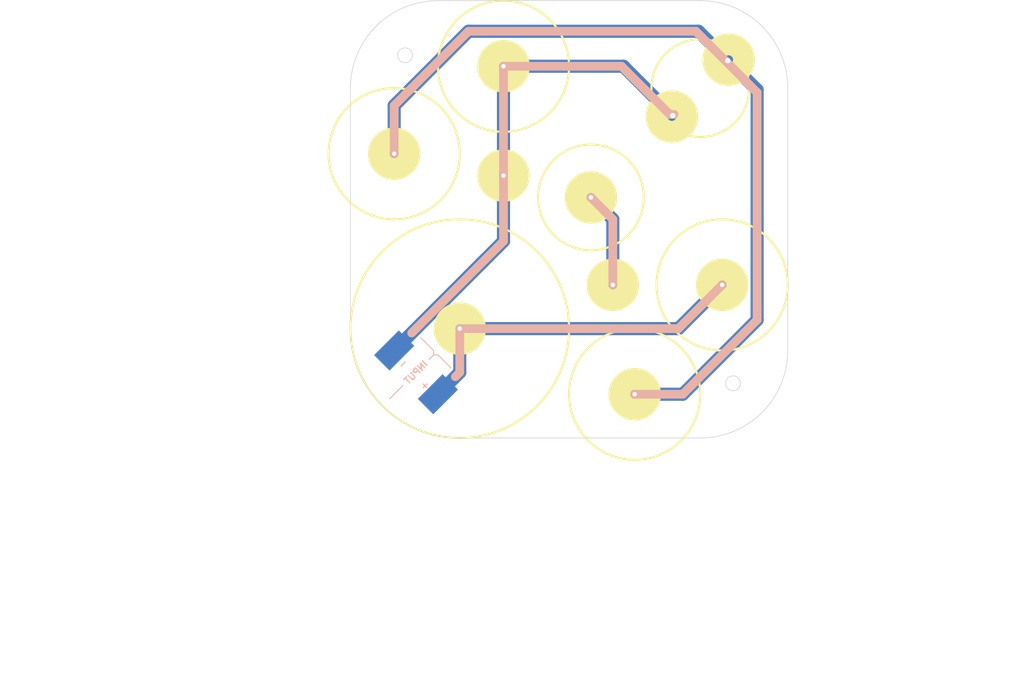
<source format=kicad_pcb>
(kicad_pcb (version 4) (host pcbnew 4.0.6)

  (general
    (links 8)
    (no_connects 0)
    (area 89.924999 39.924999 190.075001 140.075001)
    (thickness 1.6)
    (drawings 66)
    (tracks 20)
    (zones 0)
    (modules 11)
    (nets 5)
  )

  (page A4)
  (layers
    (0 F.Cu signal hide)
    (31 B.Cu signal)
    (32 B.Adhes user)
    (33 F.Adhes user)
    (34 B.Paste user)
    (35 F.Paste user)
    (36 B.SilkS user hide)
    (37 F.SilkS user hide)
    (38 B.Mask user)
    (39 F.Mask user)
    (40 Dwgs.User user)
    (41 Cmts.User user)
    (42 Eco1.User user)
    (43 Eco2.User user)
    (44 Edge.Cuts user)
    (45 Margin user)
    (46 B.CrtYd user)
    (47 F.CrtYd user)
    (48 B.Fab user)
    (49 F.Fab user)
  )

  (setup
    (last_trace_width 3)
    (trace_clearance 1)
    (zone_clearance 0.508)
    (zone_45_only no)
    (trace_min 0.2)
    (segment_width 5)
    (edge_width 0.15)
    (via_size 0.6)
    (via_drill 0.4)
    (via_min_size 0.4)
    (via_min_drill 0.3)
    (uvia_size 0.3)
    (uvia_drill 0.1)
    (uvias_allowed no)
    (uvia_min_size 0.2)
    (uvia_min_drill 0.1)
    (pcb_text_width 0.3)
    (pcb_text_size 1.5 1.5)
    (mod_edge_width 0.15)
    (mod_text_size 1 1)
    (mod_text_width 0.15)
    (pad_size 8 5)
    (pad_drill 0)
    (pad_to_mask_clearance 0.2)
    (aux_axis_origin 90 40)
    (grid_origin 90 40)
    (visible_elements 7FFFFFFF)
    (pcbplotparams
      (layerselection 0x010fc_80000001)
      (usegerberextensions false)
      (excludeedgelayer true)
      (linewidth 0.050000)
      (plotframeref false)
      (viasonmask false)
      (mode 1)
      (useauxorigin false)
      (hpglpennumber 1)
      (hpglpenspeed 20)
      (hpglpendiameter 15)
      (hpglpenoverlay 2)
      (psnegative false)
      (psa4output false)
      (plotreference true)
      (plotvalue true)
      (plotinvisibletext false)
      (padsonsilk false)
      (subtractmaskfromsilk false)
      (outputformat 1)
      (mirror false)
      (drillshape 0)
      (scaleselection 1)
      (outputdirectory export/))
  )

  (net 0 "")
  (net 1 "Net-(J1-Pad1)")
  (net 2 "Net-(J2-Pad1)")
  (net 3 "Net-(J5-Pad1)")
  (net 4 "Net-(J10-Pad1)")

  (net_class Default "Ceci est la Netclass par défaut"
    (clearance 1)
    (trace_width 3)
    (via_dia 0.6)
    (via_drill 0.4)
    (uvia_dia 0.3)
    (uvia_drill 0.1)
    (add_net "Net-(J1-Pad1)")
    (add_net "Net-(J10-Pad1)")
    (add_net "Net-(J2-Pad1)")
    (add_net "Net-(J5-Pad1)")
  )

  (module Libabar:XOver_c_C4 (layer F.Cu) (tedit 5A0B3B10) (tstamp 5A0B3470)
    (at 145 85)
    (path /5A0B04DC)
    (fp_text reference J9 (at 0 -2.04) (layer F.SilkS) hide
      (effects (font (size 1 1) (thickness 0.15)))
    )
    (fp_text value C4 (at 0 -3.04) (layer F.Fab)
      (effects (font (size 1 1) (thickness 0.15)))
    )
    (fp_circle (center 0 0) (end 12.5 0) (layer F.Fab) (width 0.15))
    (pad 1 thru_hole circle (at 0 0) (size 3 3) (drill 1) (layers *.Mask B.Cu)
      (net 4 "Net-(J10-Pad1)"))
  )

  (module Libabar:XOver_c_CH1 (layer F.Cu) (tedit 5A0B3B1E) (tstamp 5A0B3452)
    (at 115 115)
    (path /5A0B01A7)
    (fp_text reference J3 (at 0 -2.04) (layer F.SilkS) hide
      (effects (font (size 1 1) (thickness 0.15)))
    )
    (fp_text value CH1 (at 0 -3.04) (layer F.Fab)
      (effects (font (size 1 1) (thickness 0.15)))
    )
    (fp_circle (center 0 0) (end 25 -1) (layer F.Fab) (width 0.15))
    (pad 1 thru_hole circle (at 0 0) (size 3 3) (drill 1) (layers *.Mask B.Cu)
      (net 2 "Net-(J2-Pad1)"))
  )

  (module Libabar:XOver_c_Solder (layer B.Cu) (tedit 5A0B5645) (tstamp 5A0B3448)
    (at 100 120 45)
    (path /5A0B12D0)
    (fp_text reference J1 (at -5.656854 1.414214 45) (layer B.SilkS) hide
      (effects (font (size 1 1) (thickness 0.15)) (justify mirror))
    )
    (fp_text value IN- (at -5.656854 0 45) (layer B.Fab)
      (effects (font (size 1 1) (thickness 0.15)) (justify mirror))
    )
    (pad 1 smd rect (at 0 0 45) (size 8 5) (layers B.Cu B.Paste B.Mask)
      (net 1 "Net-(J1-Pad1)"))
  )

  (module Libabar:XOver_c_Solder (layer B.Cu) (tedit 5A0B564D) (tstamp 5A0B344D)
    (at 110 130 45)
    (path /5A0B062C)
    (fp_text reference J2 (at -5.656854 1.414214 45) (layer B.SilkS) hide
      (effects (font (size 1 1) (thickness 0.15)) (justify mirror))
    )
    (fp_text value IN+ (at -5.656854 0 45) (layer B.Fab)
      (effects (font (size 1 1) (thickness 0.15)) (justify mirror))
    )
    (pad 1 smd rect (at 0 0 45) (size 8 5) (layers B.Cu B.Paste B.Mask)
      (net 2 "Net-(J2-Pad1)"))
  )

  (module Libabar:XOver_c_CH2 (layer F.Cu) (tedit 5A0B3B12) (tstamp 5A0B3457)
    (at 175 105)
    (path /5A0B01E9)
    (fp_text reference J4 (at 0 -2.04) (layer F.SilkS) hide
      (effects (font (size 1 1) (thickness 0.15)))
    )
    (fp_text value CH2 (at 0 -3.04) (layer F.Fab)
      (effects (font (size 1 1) (thickness 0.15)))
    )
    (fp_circle (center 0 0) (end 15 0) (layer F.Fab) (width 0.15))
    (pad 1 thru_hole circle (at 0 0) (size 3 3) (drill 1) (layers *.Mask B.Cu)
      (net 2 "Net-(J2-Pad1)"))
  )

  (module Libabar:XOver_c_C1 (layer F.Cu) (tedit 5A0B3B2D) (tstamp 5A0B345C)
    (at 100 75)
    (path /5A0B02AC)
    (fp_text reference J5 (at 0 -2.04) (layer F.SilkS) hide
      (effects (font (size 1 1) (thickness 0.15)))
    )
    (fp_text value C1 (at 0 -3.04) (layer F.Fab)
      (effects (font (size 1 1) (thickness 0.15)))
    )
    (fp_circle (center 0 0) (end 15 0) (layer F.Fab) (width 0.15))
    (pad 1 thru_hole circle (at 0 0) (size 3 3) (drill 1) (layers *.Mask B.Cu)
      (net 3 "Net-(J5-Pad1)"))
  )

  (module Libabar:XOver_c_C2 (layer F.Cu) (tedit 5A0B3B1B) (tstamp 5A0B3461)
    (at 155 130)
    (path /5A0B020F)
    (fp_text reference J6 (at 0 -2.04) (layer F.SilkS) hide
      (effects (font (size 1 1) (thickness 0.15)))
    )
    (fp_text value C2 (at 0 -3.04) (layer F.Fab)
      (effects (font (size 1 1) (thickness 0.15)))
    )
    (fp_circle (center 0 0) (end 15 0) (layer F.Fab) (width 0.15))
    (pad 1 thru_hole circle (at 0 0) (size 3 3) (drill 1) (layers *.Mask B.Cu)
      (net 3 "Net-(J5-Pad1)"))
  )

  (module Libabar:XOver_c_C3 (layer F.Cu) (tedit 5A0B3B01) (tstamp 5A0B3466)
    (at 125 55)
    (path /5A0B043E)
    (fp_text reference J7 (at 0 -2.04) (layer F.SilkS) hide
      (effects (font (size 1 1) (thickness 0.15)))
    )
    (fp_text value C3 (at 0 -3.04) (layer F.Fab)
      (effects (font (size 1 1) (thickness 0.15)))
    )
    (fp_circle (center 0 0) (end 15 0) (layer F.Fab) (width 0.15))
    (pad 1 thru_hole circle (at 0 0) (size 3 3) (drill 1) (layers *.Mask B.Cu)
      (net 1 "Net-(J1-Pad1)"))
  )

  (module Libabar:XOver_c_BRidge (layer F.Cu) (tedit 5A0B3B30) (tstamp 5A0B346B)
    (at 125 80)
    (path /5A0B09E2)
    (fp_text reference J8 (at -1 -3.5) (layer F.SilkS) hide
      (effects (font (size 1 1) (thickness 0.15)))
    )
    (fp_text value Bridge1 (at -1 -4.5) (layer F.Fab)
      (effects (font (size 1 1) (thickness 0.15)))
    )
    (pad 1 thru_hole circle (at 0 0) (size 3 3) (drill 1) (layers *.Mask B.Cu)
      (net 1 "Net-(J1-Pad1)"))
  )

  (module Libabar:XOver_c_BRidge (layer F.Cu) (tedit 5A0B3B14) (tstamp 5A0B3475)
    (at 150 105)
    (path /5A0B150E)
    (fp_text reference J10 (at -1 -3.5) (layer F.SilkS) hide
      (effects (font (size 1 1) (thickness 0.15)))
    )
    (fp_text value Bridge2 (at -1 -4.5) (layer F.Fab)
      (effects (font (size 1 1) (thickness 0.15)))
    )
    (pad 1 thru_hole circle (at 0 0) (size 3 3) (drill 1) (layers *.Mask B.Cu)
      (net 4 "Net-(J10-Pad1)"))
  )

  (module Libabar:XOver_c_L1 (layer F.Cu) (tedit 5A0B3B0B) (tstamp 5A0B347B)
    (at 170 60 45)
    (path /5A0B0E97)
    (fp_text reference L1 (at 0 -2.04 45) (layer F.SilkS) hide
      (effects (font (size 1 1) (thickness 0.15)))
    )
    (fp_text value L1 (at 0 -3.04 45) (layer F.Fab)
      (effects (font (size 1 1) (thickness 0.15)))
    )
    (fp_circle (center 0 0) (end 8.25 0) (layer F.Fab) (width 0.15))
    (pad 1 thru_hole circle (at 8.9 0 45) (size 3 3) (drill 1.2) (layers *.Mask B.Cu)
      (net 3 "Net-(J5-Pad1)"))
    (pad 2 thru_hole circle (at -8.9 0 45) (size 3 3) (drill 1.2) (layers *.Mask B.Cu)
      (net 1 "Net-(J1-Pad1)"))
  )

  (dimension 75 (width 0.3) (layer Dwgs.User)
    (gr_text "75,000 mm" (at 16.15 90 270) (layer Dwgs.User)
      (effects (font (size 1.5 1.5) (thickness 0.3)))
    )
    (feature1 (pts (xy 102.5 127.5) (xy 14.8 127.5)))
    (feature2 (pts (xy 102.5 52.5) (xy 14.8 52.5)))
    (crossbar (pts (xy 17.5 52.5) (xy 17.5 127.5)))
    (arrow1a (pts (xy 17.5 127.5) (xy 16.913579 126.373496)))
    (arrow1b (pts (xy 17.5 127.5) (xy 18.086421 126.373496)))
    (arrow2a (pts (xy 17.5 52.5) (xy 16.913579 53.626504)))
    (arrow2b (pts (xy 17.5 52.5) (xy 18.086421 53.626504)))
  )
  (dimension 75 (width 0.3) (layer Dwgs.User)
    (gr_text "75,000 mm" (at 140 181.35) (layer Dwgs.User)
      (effects (font (size 1.5 1.5) (thickness 0.3)))
    )
    (feature1 (pts (xy 102.5 127.5) (xy 102.5 182.7)))
    (feature2 (pts (xy 177.5 127.5) (xy 177.5 182.7)))
    (crossbar (pts (xy 177.5 180) (xy 102.5 180)))
    (arrow1a (pts (xy 102.5 180) (xy 103.626504 179.413579)))
    (arrow1b (pts (xy 102.5 180) (xy 103.626504 180.586421)))
    (arrow2a (pts (xy 177.5 180) (xy 176.373496 179.413579)))
    (arrow2b (pts (xy 177.5 180) (xy 176.373496 180.586421)))
  )
  (dimension 106.066017 (width 0.3) (layer Dwgs.User)
    (gr_text "106,066 mm" (at 71.545406 158.454594 315) (layer Dwgs.User)
      (effects (font (size 1.5 1.5) (thickness 0.3)))
    )
    (feature1 (pts (xy 177.5 127.5) (xy 108.090812 196.909188)))
    (feature2 (pts (xy 102.5 52.5) (xy 33.090812 121.909188)))
    (crossbar (pts (xy 35 120) (xy 110 195)))
    (arrow1a (pts (xy 110 195) (xy 108.788779 194.618104)))
    (arrow1b (pts (xy 110 195) (xy 109.618104 193.788779)))
    (arrow2a (pts (xy 35 120) (xy 35.381896 121.211221)))
    (arrow2b (pts (xy 35 120) (xy 36.211221 120.381896)))
  )
  (gr_circle (center 102.5 52.5) (end 104.2 52.5) (layer Edge.Cuts) (width 0.15))
  (gr_circle (center 177.5 127.5) (end 179.2 127.5) (layer Edge.Cuts) (width 0.15))
  (gr_circle (center 176.5 53.5) (end 175.5 53.5) (layer F.SilkS) (width 5))
  (gr_circle (center 163.5 66.5) (end 164.5 66.5) (layer F.SilkS) (width 5))
  (gr_line (start 105 115) (end 104 116) (angle 90) (layer B.SilkS) (width 2))
  (gr_line (start 115 125) (end 114 126) (angle 90) (layer B.SilkS) (width 2))
  (gr_line (start 125 95) (end 105 115) (angle 90) (layer B.SilkS) (width 2))
  (gr_circle (center 125 55) (end 126 55) (layer F.SilkS) (width 5))
  (gr_circle (center 100 75) (end 101 75) (layer F.SilkS) (width 5))
  (gr_circle (center 125 80) (end 126 80) (layer F.SilkS) (width 5))
  (gr_circle (center 115 115) (end 115 114) (layer F.SilkS) (width 5))
  (gr_circle (center 155 130) (end 156 130) (layer F.SilkS) (width 5))
  (gr_circle (center 175 105) (end 176 105) (layer F.SilkS) (width 5))
  (gr_circle (center 150 105) (end 151 105) (layer F.SilkS) (width 5))
  (gr_circle (center 145 85) (end 146 85) (layer F.SilkS) (width 5))
  (gr_circle (center 145 85) (end 156 90) (layer F.SilkS) (width 0.5))
  (gr_circle (center 170 60) (end 180 55) (layer F.SilkS) (width 0.5))
  (gr_circle (center 125 55) (end 140 55) (layer F.SilkS) (width 0.5))
  (gr_circle (center 100 75) (end 115 75) (layer F.SilkS) (width 0.5))
  (gr_circle (center 175 105) (end 190 105) (layer F.SilkS) (width 0.5))
  (gr_circle (center 155 130) (end 170 130) (layer F.SilkS) (width 0.5))
  (gr_circle (center 115 115) (end 140 115) (layer F.SilkS) (width 0.5))
  (gr_line (start 125 80) (end 125 55) (angle 90) (layer B.SilkS) (width 2))
  (gr_line (start 109 120) (end 106 117) (angle 90) (layer B.SilkS) (width 0.2))
  (gr_line (start 110 121) (end 113 124) (angle 90) (layer B.SilkS) (width 0.2))
  (gr_line (start 150 90) (end 150 105) (angle 90) (layer B.SilkS) (width 2))
  (gr_line (start 145 85) (end 150 90) (angle 90) (layer B.SilkS) (width 2))
  (gr_line (start 165 115) (end 175 105) (angle 90) (layer B.SilkS) (width 2))
  (gr_line (start 115 115) (end 165 115) (angle 90) (layer B.SilkS) (width 2))
  (gr_line (start 115 115) (end 115 125) (angle 90) (layer B.SilkS) (width 2))
  (gr_line (start 125 80) (end 125 95) (angle 90) (layer B.SilkS) (width 2))
  (gr_line (start 125 55) (end 125 80) (angle 90) (layer B.SilkS) (width 0.2))
  (gr_line (start 163 66) (end 164 66) (angle 90) (layer B.SilkS) (width 2))
  (gr_line (start 152 55) (end 163 66) (angle 90) (layer B.SilkS) (width 2))
  (gr_line (start 125 55) (end 152 55) (angle 90) (layer B.SilkS) (width 2))
  (gr_line (start 100 64) (end 100 75) (angle 90) (layer B.SilkS) (width 2))
  (gr_line (start 117 47) (end 100 64) (angle 90) (layer B.SilkS) (width 2))
  (gr_line (start 169 47) (end 117 47) (angle 90) (layer B.SilkS) (width 2))
  (gr_line (start 183 61) (end 169 47) (angle 90) (layer B.SilkS) (width 2))
  (gr_line (start 183 113) (end 183 61) (angle 90) (layer B.SilkS) (width 2))
  (gr_line (start 166 130) (end 183 113) (angle 90) (layer B.SilkS) (width 2))
  (gr_line (start 155 130) (end 166 130) (angle 90) (layer B.SilkS) (width 2))
  (gr_line (start 109 121) (end 109 120) (angle 90) (layer B.SilkS) (width 0.2))
  (gr_line (start 109 121) (end 110 121) (angle 90) (layer B.SilkS) (width 0.2))
  (gr_line (start 108 122) (end 109 121) (angle 90) (layer B.SilkS) (width 0.2))
  (gr_line (start 102 128) (end 99 131) (angle 90) (layer B.SilkS) (width 0.2))
  (gr_text INPUT (at 105 125 45) (layer B.SilkS)
    (effects (font (size 1.5 1.5) (thickness 0.3)) (justify mirror))
  )
  (gr_text + (at 107 128 45) (layer B.SilkS)
    (effects (font (size 1.5 1.5) (thickness 0.3)) (justify mirror))
  )
  (gr_text - (at 102 123 45) (layer B.SilkS)
    (effects (font (size 1.5 1.5) (thickness 0.3)) (justify mirror))
  )
  (gr_line (start 170 40) (end 110 40) (angle 90) (layer Edge.Cuts) (width 0.15))
  (gr_line (start 190 120) (end 190 60) (angle 90) (layer Edge.Cuts) (width 0.15))
  (gr_arc (start 170 120) (end 190 120) (angle 90) (layer Edge.Cuts) (width 0.15))
  (gr_arc (start 110 60) (end 90 60) (angle 90) (layer Edge.Cuts) (width 0.15))
  (gr_arc (start 170 60) (end 170 40) (angle 90) (layer Edge.Cuts) (width 0.15))
  (gr_arc (start 115 115) (end 115 140) (angle 90) (layer Edge.Cuts) (width 0.15))
  (gr_line (start 115 140) (end 170 140) (angle 90) (layer Edge.Cuts) (width 0.15))
  (gr_line (start 90 115) (end 90 60) (angle 90) (layer Edge.Cuts) (width 0.15))
  (dimension 100 (width 0.3) (layer Dwgs.User)
    (gr_text "100,000 mm" (at 140 161.35) (layer Dwgs.User)
      (effects (font (size 1.5 1.5) (thickness 0.3)))
    )
    (feature1 (pts (xy 190 145) (xy 190 162.7)))
    (feature2 (pts (xy 90 145) (xy 90 162.7)))
    (crossbar (pts (xy 90 160) (xy 190 160)))
    (arrow1a (pts (xy 190 160) (xy 188.873496 160.586421)))
    (arrow1b (pts (xy 190 160) (xy 188.873496 159.413579)))
    (arrow2a (pts (xy 90 160) (xy 91.126504 160.586421)))
    (arrow2b (pts (xy 90 160) (xy 91.126504 159.413579)))
  )
  (dimension 100 (width 0.3) (layer Dwgs.User)
    (gr_text "100,000 mm" (at 241.35 90 90) (layer Dwgs.User)
      (effects (font (size 1.5 1.5) (thickness 0.3)))
    )
    (feature1 (pts (xy 195 40) (xy 242.7 40)))
    (feature2 (pts (xy 195 140) (xy 242.7 140)))
    (crossbar (pts (xy 240 140) (xy 240 40)))
    (arrow1a (pts (xy 240 40) (xy 240.586421 41.126504)))
    (arrow1b (pts (xy 240 40) (xy 239.413579 41.126504)))
    (arrow2a (pts (xy 240 140) (xy 240.586421 138.873496)))
    (arrow2b (pts (xy 240 140) (xy 239.413579 138.873496)))
  )
  (gr_line (start 90 40) (end 90 140) (angle 90) (layer Dwgs.User) (width 0.2))
  (gr_line (start 190 40) (end 90 40) (angle 90) (layer Dwgs.User) (width 0.2))
  (gr_line (start 190 140) (end 190 40) (angle 90) (layer Dwgs.User) (width 0.2))
  (gr_line (start 90 140) (end 190 140) (angle 90) (layer Dwgs.User) (width 0.2))

  (segment (start 125 55) (end 152.4135 55) (width 3) (layer B.Cu) (net 1))
  (segment (start 152.4135 55) (end 163.70675 66.29325) (width 3) (layer B.Cu) (net 1) (tstamp 5A0B3997))
  (segment (start 125 80) (end 125 55) (width 3) (layer B.Cu) (net 1))
  (segment (start 100 120) (end 120 100) (width 3) (layer B.Cu) (net 1))
  (segment (start 125 95) (end 125 80) (width 3) (layer B.Cu) (net 1) (tstamp 5A0B392B))
  (segment (start 120 100) (end 125 95) (width 3) (layer B.Cu) (net 1) (tstamp 5A0B392A))
  (segment (start 115 115) (end 165 115) (width 3) (layer B.Cu) (net 2))
  (segment (start 165 115) (end 175 105) (width 3) (layer B.Cu) (net 2) (tstamp 5A0B38C8))
  (segment (start 110 130) (end 115 125) (width 3) (layer B.Cu) (net 2))
  (segment (start 115 125) (end 115 115) (width 3) (layer B.Cu) (net 2) (tstamp 5A0B38C5))
  (segment (start 176.29325 53.70675) (end 169.5865 47) (width 3) (layer B.Cu) (net 3))
  (segment (start 100 64) (end 100 75) (width 3) (layer B.Cu) (net 3) (tstamp 5A0B398E))
  (segment (start 117 47) (end 100 64) (width 3) (layer B.Cu) (net 3) (tstamp 5A0B398A))
  (segment (start 169.5865 47) (end 117 47) (width 3) (layer B.Cu) (net 3) (tstamp 5A0B3984))
  (segment (start 155 130) (end 166 130) (width 3) (layer B.Cu) (net 3))
  (segment (start 183 60.4135) (end 176.29325 53.70675) (width 3) (layer B.Cu) (net 3) (tstamp 5A0B397E))
  (segment (start 183 113) (end 183 60.4135) (width 3) (layer B.Cu) (net 3) (tstamp 5A0B397B))
  (segment (start 166 130) (end 183 113) (width 3) (layer B.Cu) (net 3) (tstamp 5A0B3977))
  (segment (start 150 105) (end 150 90) (width 3) (layer B.Cu) (net 4))
  (segment (start 150 90) (end 145 85) (width 3) (layer B.Cu) (net 4) (tstamp 5A0B38CB))

)

</source>
